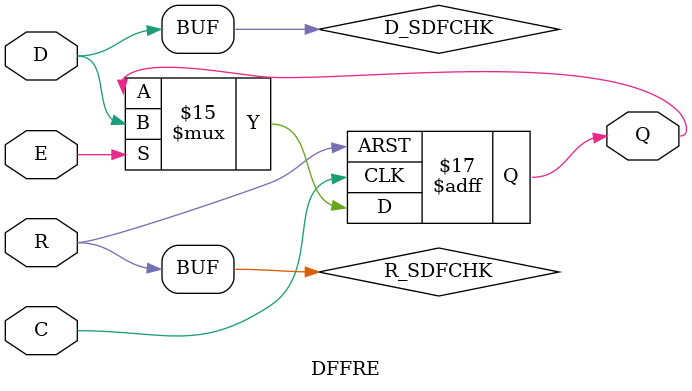
<source format=v>
`timescale 1ns/1ps
`celldefine

// No prologue needed.
module DFFRE (
  input D, // Data Input
  input R, // Active-low, asynchronous reset
  input E, // Active-high enable
  input C, // Clock
  output reg Q = 1'b0 // Data Output
);

  always @(posedge C, negedge R)
    if (!R)
      Q <= 1'b0;
    else if (E)
      Q <= D;

  wire C_D_SDFCHK;
  wire C_nD_SDFCHK;
  wire nC_D_SDFCHK;
  wire nC_nD_SDFCHK;
  wire R_D_SDFCHK;
  wire R_nD_SDFCHK;
  wire R_SDFCHK;
  wire D_SDFCHK;

  assign C_D_SDFCHK   = C & D;
  assign C_nD_SDFCHK  = C & !D;
  assign nC_D_SDFCHK  = !C & D;
  assign nC_nD_SDFCHK = !C & !D;
  assign R_D_SDFCHK   = R & D;
  assign R_nD_SDFCHK  = R & !D; 
  assign R_SDFCHK     = R;
  assign D_SDFCHK     = D;


  specify
    if (C == 1'b0 && D == 1'b1 && E == 1'b0)
    (negedge R => (Q+:1'b0)) = (0, 0);
    if (C == 1'b0 && D == 1'b0 && E == 1'b0)
    (negedge R => (Q+:1'b0)) = (0, 0);
    if (C == 1'b1 && D == 1'b1 && E == 1'b0)
    (negedge R => (Q+:1'b0)) = (0, 0);
    if (C == 1'b1 && D == 1'b0 && E == 1'b0)
    (negedge R => (Q+:1'b0)) = (0, 0);
    if (C == 1'b0 && D == 1'b1 && E == 1'b1)
    (negedge R => (Q+:1'b0)) = (0, 0);
    if (C == 1'b0 && D == 1'b0 && E == 1'b1)
    (negedge R => (Q+:1'b0)) = (0, 0);
    if (C == 1'b1 && D == 1'b1 && E == 1'b1)
    (negedge R => (Q+:1'b0)) = (0, 0);
    if (C == 1'b1 && D == 1'b0 && E == 1'b1)
    (negedge R => (Q+:1'b0)) = (0, 0);
    (posedge C => (Q+:D)) = (0, 0);

    $width (negedge R &&& C_D_SDFCHK, 0, 0, notifier);
    $width (negedge R &&& C_nD_SDFCHK, 0, 0, notifier);
    $width (negedge R &&& nC_D_SDFCHK, 0, 0, notifier);
    $width (negedge R &&& nC_nD_SDFCHK, 0, 0, notifier);
    $width (posedge C &&& R_D_SDFCHK, 0, 0, notifier);
    $width (negedge C &&& R_D_SDFCHK, 0, 0, notifier);
    $width (posedge C &&& R_nD_SDFCHK, 0, 0, notifier);
    $width (negedge C &&& R_nD_SDFCHK, 0, 0, notifier);

    $setuphold (posedge C &&& R_SDFCHK, posedge D , 0, 0, notifier);
    $setuphold (posedge C &&& R_SDFCHK, negedge D , 0, 0, notifier);
    $recovery (posedge R &&& D_SDFCHK, posedge C &&& D_SDFCHK, 0, notifier);
    $hold (posedge C &&& D_SDFCHK, posedge R , 0, notifier);
    $hold (posedge C &&& D_SDFCHK, posedge R , 0, notifier);
  endspecify
endmodule
`endcelldefine

</source>
